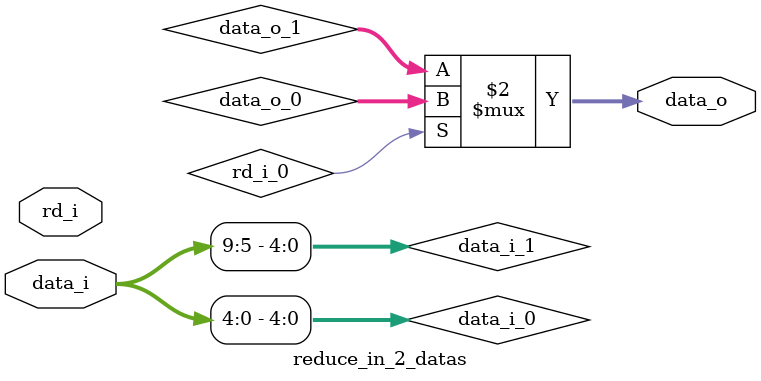
<source format=v>

module reduce_in_8_datas #(
		parameter NUM = 8,
		parameter WIDTH = 5
		)
	(
	 input [NUM*WIDTH-1 : 0] data_i,
	 input [NUM-1 : 0]       rd_i,
	 output [WIDTH-1 : 0]    data_o
	);
    parameter NUM_SUB = NUM/2;

    wire [NUM_SUB*WIDTH-1 : 0] data_i_0, data_i_1;
    wire [WIDTH-1 : 0]         data_o_0, data_o_1;
    wire [NUM/2-1 : 0]         rd_i_0, rd_i_1;

    assign {data_i_1, data_i_0} = data_i;
    assign data_o = rd_i_0!=0 ? data_o_0 : data_o_1;

	reduce_in_4_datas #(
			.WIDTH(WIDTH)
			)
	reduce_in_4_datas_inst0 (
			.data_i(data_i_0),
			.data_o(data_o_0),
			.rd_i(rd_i_0)
			);

	reduce_in_4_datas #(
			.WIDTH(WIDTH)
			)
	reduce_in_4_datas_inst1 (
			.data_i(data_i_1),
			.data_o(data_o_1),
			.rd_i(rd_i_1)
			);

endmodule

module reduce_in_4_datas #(
		parameter NUM = 4,
		parameter WIDTH = 5
		)
	(
	 input [NUM*WIDTH-1 : 0] data_i,
	 input [NUM-1 : 0]       rd_i,
	 output [WIDTH-1 : 0]    data_o
	);
    parameter NUM_SUB = NUM/2;

    wire [NUM_SUB*WIDTH-1 : 0] data_i_0, data_i_1;
    wire [WIDTH-1 : 0]         data_o_0, data_o_1;
    wire [NUM/2-1 : 0]         rd_i_0, rd_i_1;

    assign {data_i_1, data_i_0} = data_i;
    assign data_o = rd_i_0!=0 ? data_o_0 : data_o_1;

	reduce_in_2_datas #(
			.WIDTH(WIDTH)
			)
	reduce_in_2_datas_inst0 (
			.data_i(data_i_0),
			.data_o(data_o_0),
			.rd_i(rd_i_0)
			);

	reduce_in_2_datas #(
			.WIDTH(WIDTH)
			)
	reduce_in_2_datas_inst1 (
			.data_i(data_i_1),
			.data_o(data_o_1),
			.rd_i(rd_i_1)
			);

endmodule


module reduce_in_2_datas #(
		parameter NUM = 2,
		parameter WIDTH = 5
		)
	(
	 input [NUM*WIDTH-1 : 0] data_i,
	 input [NUM-1 : 0]       rd_i,
	 output [WIDTH-1 : 0]    data_o
	);
    parameter NUM_SUB = NUM/2;

    wire [NUM_SUB*WIDTH-1 : 0] data_i_0, data_i_1;
    wire [WIDTH-1 : 0]         data_o_0, data_o_1;
    wire [NUM/2-1 : 0]         rd_i_0, rd_i_1;

    assign {data_i_1, data_i_0} = data_i;
    assign data_o = rd_i_0!=0 ? data_o_0 : data_o_1;

endmodule


</source>
